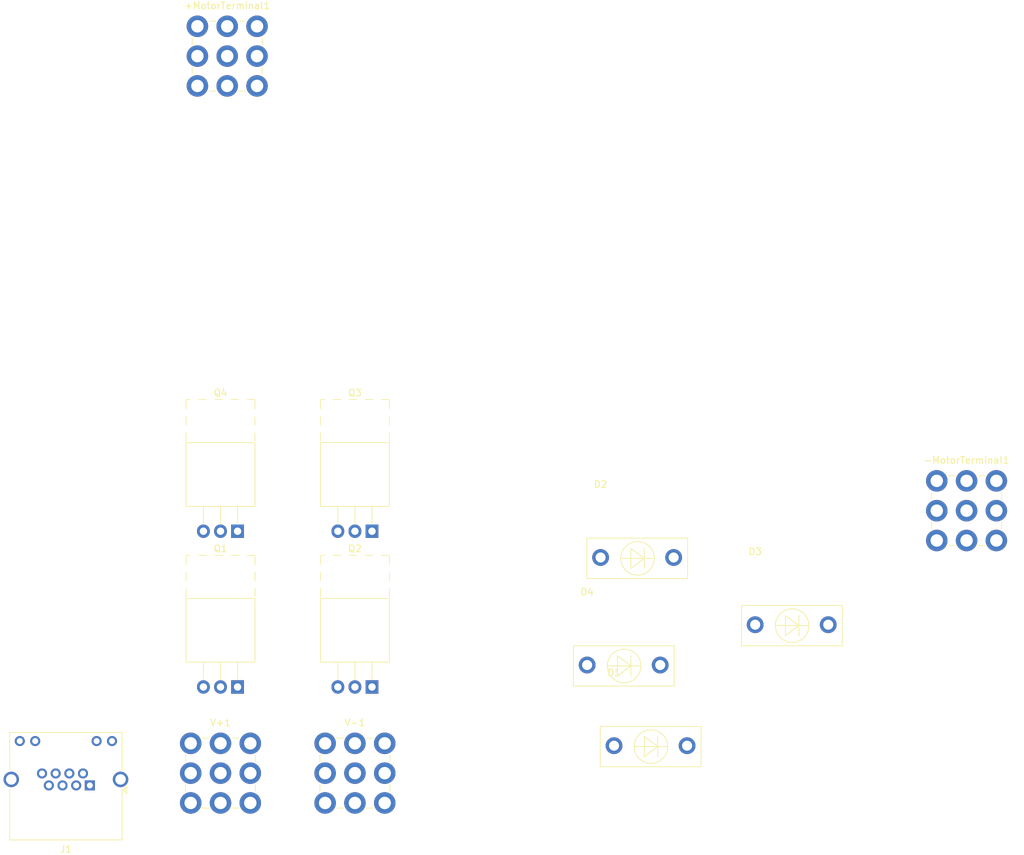
<source format=kicad_pcb>
(kicad_pcb (version 20211014) (generator pcbnew)
  (layers (0 "F.Cu" signal) (31 "B.Cu" signal) (34 "B.Paste" user) (35 "F.Paste" user) (36 "B.SilkS" user "B.Silkscreen") (37 "F.SilkS" user "F.Silkscreen") (38 "B.Mask" user) (39 "F.Mask" user) (44 "Edge.Cuts" user))
  (net 0 "")
  (net 1 "Net-(+MotorTerminal1-Pad1)")
  (net 2 "Net-(-MotorTerminal1-Pad1)")
  (net 3 "Net-(V-1-Pad1)")
  (net 4 "Net-(V+1-Pad1)")
  (net 6 "Net-(J1-Pad2)")
  (net 7 "Net-(J1-Pad3)")
  (footprint "TerminalBlock_Wuerth:Wuerth_REDCUBE-THR_WP-THRBU_74650195_THR" (layer "F.Cu") (at 237 107)
    (fp_text reference "-MotorTerminal1" (at 0 -7.5) (layer "F.SilkS"))
    (fp_text value "Screw_Terminal_01x01")
    (fp_line (start 5.2 -1.7) (end 5.2 -2.7) (layer "F.SilkS") (width 0.12))
    (fp_line (start 1.7 5.2) (end 2.7 5.2) (layer "F.SilkS") (width 0.12))
    (fp_line (start -2.7 -5.2) (end -1.7 -5.2) (layer "F.SilkS") (width 0.12))
    (fp_line (start 5.2 2.7) (end 5.2 1.7) (layer "F.SilkS") (width 0.12))
    (fp_line (start 1.7 -5.2) (end 2.7 -5.2) (layer "F.SilkS") (width 0.12))
    (fp_line (start -5.2 -2.7) (end -5.2 -1.7) (layer "F.SilkS") (width 0.12))
    (fp_line (start -5.2 1.7) (end -5.2 2.7) (layer "F.SilkS") (width 0.12))
    (fp_line (start -2.7 5.2) (end -1.7 5.2) (layer "F.SilkS") (width 0.12))
    (pad "1" thru_hole circle locked (at -4.435 4.435) (size 3.2 3.2) (drill 1.85) (layers *.Cu *.Mask) (net 2 "Net-(-MotorTerminal1-Pad1)"))
    (pad "1" thru_hole circle locked (at 0 4.435) (size 3.2 3.2) (drill 1.85) (layers *.Cu *.Mask) (net 2 "Net-(-MotorTerminal1-Pad1)"))
    (pad "1" thru_hole circle locked (at 4.435 -4.435) (size 3.2 3.2) (drill 1.85) (layers *.Cu *.Mask) (net 2 "Net-(-MotorTerminal1-Pad1)"))
    (pad "1" thru_hole circle locked (at -4.435 0) (size 3.2 3.2) (drill 1.85) (layers *.Cu *.Mask) (net 2 "Net-(-MotorTerminal1-Pad1)"))
    (pad "1" thru_hole circle locked (at -4.435 -4.435) (size 3.2 3.2) (drill 1.85) (layers *.Cu *.Mask) (net 2 "Net-(-MotorTerminal1-Pad1)"))
    (pad "1" thru_hole circle locked (at 4.435 4.435) (size 3.2 3.2) (drill 1.85) (layers *.Cu *.Mask) (net 2 "Net-(-MotorTerminal1-Pad1)"))
    (pad "1" thru_hole circle locked (at 4.435 0) (size 3.2 3.2) (drill 1.85) (layers *.Cu *.Mask) (net 2 "Net-(-MotorTerminal1-Pad1)"))
    (pad "1" thru_hole circle locked (at 0 0) (size 3.2 3.2) (drill 1.85) (layers *.Cu *.Mask) (net 2 "Net-(-MotorTerminal1-Pad1)"))
    (pad "1" thru_hole circle locked (at 0 -4.435) (size 3.2 3.2) (drill 1.85) (layers *.Cu *.Mask) (net 2 "Net-(-MotorTerminal1-Pad1)"))
  )
  (footprint "Connector_RJ:RJ45_Amphenol_RJHSE538X" (layer "F.Cu") (at 106.56 147.875 180)
    (fp_text reference "J1" (at 3.56 -9.5) (layer "F.SilkS"))
    (fp_text value "RJ45")
    (fp_line (start -5 -0.7) (end -5.5 -0.2) (layer "F.SilkS") (width 0.12))
    (fp_line (start -5.5 -0.2) (end -5.5 -1.2) (layer "F.SilkS") (width 0.12))
    (fp_line (start -5.5 -1.2) (end -5 -0.7) (layer "F.SilkS") (width 0.12))
    (fp_line (start -4.805 -8.11) (end 11.925 -8.11) (layer "F.SilkS") (width 0.12))
    (fp_line (start -4.805 7.86) (end 11.925 7.86) (layer "F.SilkS") (width 0.12))
    (fp_line (start -4.805 -8.11) (end -4.805 -0.5) (layer "F.SilkS") (width 0.12))
    (fp_line (start -4.805 7.86) (end -4.805 2.3) (layer "F.SilkS") (width 0.12))
    (fp_line (start 11.925 7.86) (end 11.925 2.3) (layer "F.SilkS") (width 0.12))
    (fp_line (start 11.925 -8.11) (end 11.925 -0.5) (layer "F.SilkS") (width 0.12))
    (pad "" np_thru_hole circle (at -2.79 -2.54 180) (size 3.25 3.25) (drill 3.25) (layers *.Cu *.Mask))
    (pad "" np_thru_hole circle (at 9.91 -2.54 180) (size 3.25 3.25) (drill 3.25) (layers *.Cu *.Mask))
    (pad "1" thru_hole rect (at 0 0 180) (size 1.5 1.5) (drill 0.89) (layers *.Cu *.Mask))
    (pad "2" thru_hole circle (at 1.016 1.78 180) (size 1.5 1.5) (drill 0.89) (layers *.Cu *.Mask) (net 6 "Net-(J1-Pad2)"))
    (pad "3" thru_hole circle (at 2.032 0 180) (size 1.5 1.5) (drill 0.89) (layers *.Cu *.Mask) (net 7 "Net-(J1-Pad3)"))
    (pad "4" thru_hole circle (at 3.048 1.78 180) (size 1.5 1.5) (drill 0.89) (layers *.Cu *.Mask))
    (pad "5" thru_hole circle (at 4.064 0 180) (size 1.5 1.5) (drill 0.89) (layers *.Cu *.Mask))
    (pad "6" thru_hole circle (at 5.08 1.78 180) (size 1.5 1.5) (drill 0.89) (layers *.Cu *.Mask))
    (pad "7" thru_hole circle (at 6.096 0 180) (size 1.5 1.5) (drill 0.89) (layers *.Cu *.Mask))
    (pad "8" thru_hole circle (at 7.112 1.78 180) (size 1.5 1.5) (drill 0.89) (layers *.Cu *.Mask))
    (pad "9" thru_hole circle (at -3.3 6.6 180) (size 1.5 1.5) (drill 0.89) (layers *.Cu *.Mask))
    (pad "10" thru_hole circle (at -1.01 6.6 180) (size 1.5 1.5) (drill 0.89) (layers *.Cu *.Mask))
    (pad "11" thru_hole circle (at 8.13 6.6 180) (size 1.5 1.5) (drill 0.89) (layers *.Cu *.Mask))
    (pad "12" thru_hole circle (at 10.42 6.6 180) (size 1.5 1.5) (drill 0.89) (layers *.Cu *.Mask))
    (pad "SH" thru_hole circle (at 11.69 0.89 180) (size 2.3 2.3) (drill 1.57) (layers *.Cu *.Mask))
    (pad "SH" thru_hole circle (at -4.57 0.89 180) (size 2.3 2.3) (drill 1.57) (layers *.Cu *.Mask))
  )
  (footprint "Package_TO_SOT_THT:TO-220-3_Horizontal_TabUp" (layer "F.Cu") (at 128.54 110.055 180)
    (fp_text reference "Q4" (at 2.54 20.58 180) (layer "F.SilkS"))
    (fp_text value "IRLB8721PBF")
    (fp_line (start 7.66 3.69) (end 7.66 13.18) (layer "F.SilkS") (width 0.12))
    (fp_line (start 2.54 1.15) (end 2.54 3.69) (layer "F.SilkS") (width 0.12))
    (fp_line (start -2.58 3.69) (end 7.66 3.69) (layer "F.SilkS") (width 0.12))
    (fp_line (start -2.58 13.42) (end -2.58 14.62) (layer "F.SilkS") (width 0.12))
    (fp_line (start -0.181 19.58) (end 1.02 19.58) (layer "F.SilkS") (width 0.12))
    (fp_line (start 5.08 1.15) (end 5.08 3.69) (layer "F.SilkS") (width 0.12))
    (fp_line (start -2.58 3.69) (end -2.58 13.18) (layer "F.SilkS") (width 0.12))
    (fp_line (start 2.22 19.58) (end 3.42 19.58) (layer "F.SilkS") (width 0.12))
    (fp_line (start 7.66 13.42) (end 7.66 14.62) (layer "F.SilkS") (width 0.12))
    (fp_line (start 0 1.15) (end 0 3.69) (layer "F.SilkS") (width 0.12))
    (fp_line (start -2.58 13.18) (end 7.66 13.18) (layer "F.SilkS") (width 0.12))
    (fp_line (start -2.58 18.22) (end -2.58 19.42) (layer "F.SilkS") (width 0.12))
    (fp_line (start 7.02 19.58) (end 7.66 19.58) (layer "F.SilkS") (width 0.12))
    (fp_line (start 7.66 18.22) (end 7.66 19.42) (layer "F.SilkS") (width 0.12))
    (fp_line (start -2.58 19.58) (end -1.38 19.58) (layer "F.SilkS") (width 0.12))
    (fp_line (start 7.66 15.82) (end 7.66 17.02) (layer "F.SilkS") (width 0.12))
    (fp_line (start -2.58 15.82) (end -2.58 17.02) (layer "F.SilkS") (width 0.12))
    (fp_line (start 4.62 19.58) (end 5.82 19.58) (layer "F.SilkS") (width 0.12))
    (pad "" np_thru_hole oval (at 2.54 16.66 180) (size 3.5 3.5) (drill 3.5) (layers *.Cu *.Mask))
    (pad "1" thru_hole rect (at 0 0 180) (size 1.905 2) (drill 1.1) (layers *.Cu *.Mask) (net 7 "Net-(J1-Pad3)"))
    (pad "2" thru_hole oval (at 2.54 0 180) (size 1.905 2) (drill 1.1) (layers *.Cu *.Mask) (net 4 "Net-(V+1-Pad1)"))
    (pad "3" thru_hole oval (at 5.08 0 180) (size 1.905 2) (drill 1.1) (layers *.Cu *.Mask) (net 2 "Net-(-MotorTerminal1-Pad1)"))
  )
  (footprint "TerminalBlock_Wuerth:Wuerth_REDCUBE-THR_WP-THRBU_74650195_THR" (layer "F.Cu") (at 127 39.37)
    (fp_text reference "+MotorTerminal1" (at 0 -7.5) (layer "F.SilkS"))
    (fp_text value "Screw_Terminal_01x01")
    (fp_line (start -5.2 1.7) (end -5.2 2.7) (layer "F.SilkS") (width 0.12))
    (fp_line (start 1.7 -5.2) (end 2.7 -5.2) (layer "F.SilkS") (width 0.12))
    (fp_line (start 5.2 2.7) (end 5.2 1.7) (layer "F.SilkS") (width 0.12))
    (fp_line (start -2.7 5.2) (end -1.7 5.2) (layer "F.SilkS") (width 0.12))
    (fp_line (start -5.2 -2.7) (end -5.2 -1.7) (layer "F.SilkS") (width 0.12))
    (fp_line (start 5.2 -1.7) (end 5.2 -2.7) (layer "F.SilkS") (width 0.12))
    (fp_line (start -2.7 -5.2) (end -1.7 -5.2) (layer "F.SilkS") (width 0.12))
    (fp_line (start 1.7 5.2) (end 2.7 5.2) (layer "F.SilkS") (width 0.12))
    (pad "1" thru_hole circle locked (at -4.435 4.435) (size 3.2 3.2) (drill 1.85) (layers *.Cu *.Mask) (net 1 "Net-(+MotorTerminal1-Pad1)"))
    (pad "1" thru_hole circle locked (at 4.435 0) (size 3.2 3.2) (drill 1.85) (layers *.Cu *.Mask) (net 1 "Net-(+MotorTerminal1-Pad1)"))
    (pad "1" thru_hole circle locked (at 0 0) (size 3.2 3.2) (drill 1.85) (layers *.Cu *.Mask) (net 1 "Net-(+MotorTerminal1-Pad1)"))
    (pad "1" thru_hole circle locked (at 0 4.435) (size 3.2 3.2) (drill 1.85) (layers *.Cu *.Mask) (net 1 "Net-(+MotorTerminal1-Pad1)"))
    (pad "1" thru_hole circle locked (at 4.435 -4.435) (size 3.2 3.2) (drill 1.85) (layers *.Cu *.Mask) (net 1 "Net-(+MotorTerminal1-Pad1)"))
    (pad "1" thru_hole circle locked (at 4.435 4.435) (size 3.2 3.2) (drill 1.85) (layers *.Cu *.Mask) (net 1 "Net-(+MotorTerminal1-Pad1)"))
    (pad "1" thru_hole circle locked (at 0 -4.435) (size 3.2 3.2) (drill 1.85) (layers *.Cu *.Mask) (net 1 "Net-(+MotorTerminal1-Pad1)"))
    (pad "1" thru_hole circle locked (at -4.435 0) (size 3.2 3.2) (drill 1.85) (layers *.Cu *.Mask) (net 1 "Net-(+MotorTerminal1-Pad1)"))
    (pad "1" thru_hole circle locked (at -4.435 -4.435) (size 3.2 3.2) (drill 1.85) (layers *.Cu *.Mask) (net 1 "Net-(+MotorTerminal1-Pad1)"))
  )
  (footprint "TerminalBlock_Wuerth:Wuerth_REDCUBE-THR_WP-THRBU_74650195_THR" (layer "F.Cu") (at 146 146.05)
    (fp_text reference "V-1" (at 0 -7.5) (layer "F.SilkS"))
    (fp_text value "Screw_Terminal_01x01")
    (fp_line (start -5.2 1.7) (end -5.2 2.7) (layer "F.SilkS") (width 0.12))
    (fp_line (start -2.7 -5.2) (end -1.7 -5.2) (layer "F.SilkS") (width 0.12))
    (fp_line (start 5.2 2.7) (end 5.2 1.7) (layer "F.SilkS") (width 0.12))
    (fp_line (start 1.7 -5.2) (end 2.7 -5.2) (layer "F.SilkS") (width 0.12))
    (fp_line (start -5.2 -2.7) (end -5.2 -1.7) (layer "F.SilkS") (width 0.12))
    (fp_line (start -2.7 5.2) (end -1.7 5.2) (layer "F.SilkS") (width 0.12))
    (fp_line (start 5.2 -1.7) (end 5.2 -2.7) (layer "F.SilkS") (width 0.12))
    (fp_line (start 1.7 5.2) (end 2.7 5.2) (layer "F.SilkS") (width 0.12))
    (pad "1" thru_hole circle locked (at -4.435 4.435) (size 3.2 3.2) (drill 1.85) (layers *.Cu *.Mask) (net 3 "Net-(V-1-Pad1)"))
    (pad "1" thru_hole circle locked (at -4.435 0) (size 3.2 3.2) (drill 1.85) (layers *.Cu *.Mask) (net 3 "Net-(V-1-Pad1)"))
    (pad "1" thru_hole circle locked (at 4.435 4.435) (size 3.2 3.2) (drill 1.85) (layers *.Cu *.Mask) (net 3 "Net-(V-1-Pad1)"))
    (pad "1" thru_hole circle locked (at 4.435 0) (size 3.2 3.2) (drill 1.85) (layers *.Cu *.Mask) (net 3 "Net-(V-1-Pad1)"))
    (pad "1" thru_hole circle locked (at 0 0) (size 3.2 3.2) (drill 1.85) (layers *.Cu *.Mask) (net 3 "Net-(V-1-Pad1)"))
    (pad "1" thru_hole circle locked (at 0 -4.435) (size 3.2 3.2) (drill 1.85) (layers *.Cu *.Mask) (net 3 "Net-(V-1-Pad1)"))
    (pad "1" thru_hole circle locked (at -4.435 -4.435) (size 3.2 3.2) (drill 1.85) (layers *.Cu *.Mask) (net 3 "Net-(V-1-Pad1)"))
    (pad "1" thru_hole circle locked (at 0 4.435) (size 3.2 3.2) (drill 1.85) (layers *.Cu *.Mask) (net 3 "Net-(V-1-Pad1)"))
    (pad "1" thru_hole circle locked (at 4.435 -4.435) (size 3.2 3.2) (drill 1.85) (layers *.Cu *.Mask) (net 3 "Net-(V-1-Pad1)"))
  )
  (footprint "Package_TO_SOT_THT:TO-220-3_Horizontal_TabUp" (layer "F.Cu") (at 148.54 133.23 180)
    (fp_text reference "Q2" (at 2.54 20.58 180) (layer "F.SilkS"))
    (fp_text value "IRLB8721PBF")
    (fp_line (start -2.58 18.22) (end -2.58 19.42) (layer "F.SilkS") (width 0.12))
    (fp_line (start 2.22 19.58) (end 3.42 19.58) (layer "F.SilkS") (width 0.12))
    (fp_line (start 7.66 13.42) (end 7.66 14.62) (layer "F.SilkS") (width 0.12))
    (fp_line (start 0 1.15) (end 0 3.69) (layer "F.SilkS") (width 0.12))
    (fp_line (start -2.58 13.18) (end 7.66 13.18) (layer "F.SilkS") (width 0.12))
    (fp_line (start -2.58 13.42) (end -2.58 14.62) (layer "F.SilkS") (width 0.12))
    (fp_line (start -2.58 3.69) (end -2.58 13.18) (layer "F.SilkS") (width 0.12))
    (fp_line (start -2.58 15.82) (end -2.58 17.02) (layer "F.SilkS") (width 0.12))
    (fp_line (start -2.58 3.69) (end 7.66 3.69) (layer "F.SilkS") (width 0.12))
    (fp_line (start 7.66 15.82) (end 7.66 17.02) (layer "F.SilkS") (width 0.12))
    (fp_line (start 7.02 19.58) (end 7.66 19.58) (layer "F.SilkS") (width 0.12))
    (fp_line (start 7.66 18.22) (end 7.66 19.42) (layer "F.SilkS") (width 0.12))
    (fp_line (start 4.62 19.58) (end 5.82 19.58) (layer "F.SilkS") (width 0.12))
    (fp_line (start -0.181 19.58) (end 1.02 19.58) (layer "F.SilkS") (width 0.12))
    (fp_line (start -2.58 19.58) (end -1.38 19.58) (layer "F.SilkS") (width 0.12))
    (fp_line (start 5.08 1.15) (end 5.08 3.69) (layer "F.SilkS") (width 0.12))
    (fp_line (start 7.66 3.69) (end 7.66 13.18) (layer "F.SilkS") (width 0.12))
    (fp_line (start 2.54 1.15) (end 2.54 3.69) (layer "F.SilkS") (width 0.12))
    (pad "" np_thru_hole oval (at 2.54 16.66 180) (size 3.5 3.5) (drill 3.5) (layers *.Cu *.Mask))
    (pad "1" thru_hole rect (at 0 0 180) (size 1.905 2) (drill 1.1) (layers *.Cu *.Mask) (net 6 "Net-(J1-Pad2)"))
    (pad "2" thru_hole oval (at 2.54 0 180) (size 1.905 2) (drill 1.1) (layers *.Cu *.Mask) (net 2 "Net-(-MotorTerminal1-Pad1)"))
    (pad "3" thru_hole oval (at 5.08 0 180) (size 1.905 2) (drill 1.1) (layers *.Cu *.Mask) (net 3 "Net-(V-1-Pad1)"))
  )
  (footprint "Package_TO_SOT_THT:TO-220-3_Horizontal_TabUp" (layer "F.Cu") (at 128.54 133.23 180)
    (fp_text reference "Q1" (at 2.54 20.58 180) (layer "F.SilkS"))
    (fp_text value "IRLB8721PBF")
    (fp_line (start 4.62 19.58) (end 5.82 19.58) (layer "F.SilkS") (width 0.12))
    (fp_line (start -2.58 18.22) (end -2.58 19.42) (layer "F.SilkS") (width 0.12))
    (fp_line (start 7.02 19.58) (end 7.66 19.58) (layer "F.SilkS") (width 0.12))
    (fp_line (start -2.58 19.58) (end -1.38 19.58) (layer "F.SilkS") (width 0.12))
    (fp_line (start 0 1.15) (end 0 3.69) (layer "F.SilkS") (width 0.12))
    (fp_line (start 7.66 3.69) (end 7.66 13.18) (layer "F.SilkS") (width 0.12))
    (fp_line (start 5.08 1.15) (end 5.08 3.69) (layer "F.SilkS") (width 0.12))
    (fp_line (start 7.66 15.82) (end 7.66 17.02) (layer "F.SilkS") (width 0.12))
    (fp_line (start -2.58 15.82) (end -2.58 17.02) (layer "F.SilkS") (width 0.12))
    (fp_line (start 7.66 18.22) (end 7.66 19.42) (layer "F.SilkS") (width 0.12))
    (fp_line (start -2.58 3.69) (end 7.66 3.69) (layer "F.SilkS") (width 0.12))
    (fp_line (start -2.58 13.42) (end -2.58 14.62) (layer "F.SilkS") (width 0.12))
    (fp_line (start 2.54 1.15) (end 2.54 3.69) (layer "F.SilkS") (width 0.12))
    (fp_line (start -0.181 19.58) (end 1.02 19.58) (layer "F.SilkS") (width 0.12))
    (fp_line (start 7.66 13.42) (end 7.66 14.62) (layer "F.SilkS") (width 0.12))
    (fp_line (start -2.58 13.18) (end 7.66 13.18) (layer "F.SilkS") (width 0.12))
    (fp_line (start -2.58 3.69) (end -2.58 13.18) (layer "F.SilkS") (width 0.12))
    (fp_line (start 2.22 19.58) (end 3.42 19.58) (layer "F.SilkS") (width 0.12))
    (pad "" np_thru_hole oval (at 2.54 16.66 180) (size 3.5 3.5) (drill 3.5) (layers *.Cu *.Mask))
    (pad "1" thru_hole rect (at 0 0 180) (size 1.905 2) (drill 1.1) (layers *.Cu *.Mask) (net 7 "Net-(J1-Pad3)"))
    (pad "2" thru_hole oval (at 2.54 0 180) (size 1.905 2) (drill 1.1) (layers *.Cu *.Mask) (net 1 "Net-(+MotorTerminal1-Pad1)"))
    (pad "3" thru_hole oval (at 5.08 0 180) (size 1.905 2) (drill 1.1) (layers *.Cu *.Mask) (net 3 "Net-(V-1-Pad1)"))
  )
  (footprint "Schotty-Diode-THT:APT100S20BG" (layer "F.Cu") (at 205.55 113.095)
    (fp_text reference "D3" (at 0 0 unlocked) (layer "F.SilkS"))
    (fp_text value "APT100S20BG")
    (fp_line (start -2.05 14) (end -2.05 8) (layer "F.SilkS") (width 0.12))
    (fp_line (start 4.5 9.5) (end 4.5 12.5) (layer "F.SilkS") (width 0.12))
    (fp_line (start 6.5 9.5) (end 6.5 12.5) (layer "F.SilkS") (width 0.12))
    (fp_line (start 3 11) (end 8 11) (layer "F.SilkS") (width 0.12))
    (fp_line (start 12.95 14) (end -2.05 14) (layer "F.SilkS") (width 0.12))
    (fp_line (start 4.5 12.5) (end 6.5 11) (layer "F.SilkS") (width 0.12))
    (fp_line (start 12.95 8) (end 12.95 14) (layer "F.SilkS") (width 0.12))
    (fp_line (start 6.5 11) (end 4.5 9.5) (layer "F.SilkS") (width 0.12))
    (fp_line (start -2.05 8) (end 12.95 8) (layer "F.SilkS") (width 0.12))
    (fp_circle (center 5.5 11) (end 8 11) (layer "F.SilkS") (width 0.12) (fill none))
    (pad "1" thru_hole circle (at 0 10.87) (size 2.5 2.5) (drill 1.5) (layers *.Cu *.Mask) (net 1 "Net-(+MotorTerminal1-Pad1)") (clearance 1))
    (pad "2" thru_hole circle (at 10.87 10.87) (size 2.5 2.5) (drill 1.5) (layers *.Cu *.Mask) (net 4 "Net-(V+1-Pad1)") (clearance 1))
  )
  (footprint "Schotty-Diode-THT:APT100S20BG" (layer "F.Cu") (at 184.55 131.095)
    (fp_text reference "D1" (at 0 0 unlocked) (layer "F.SilkS"))
    (fp_text value "APT100S20BG")
    (fp_line (start 6.5 11) (end 4.5 9.5) (layer "F.SilkS") (width 0.12))
    (fp_line (start 4.5 12.5) (end 6.5 11) (layer "F.SilkS") (width 0.12))
    (fp_line (start -2.05 14) (end -2.05 8) (layer "F.SilkS") (width 0.12))
    (fp_line (start 3 11) (end 8 11) (layer "F.SilkS") (width 0.12))
    (fp_line (start -2.05 8) (end 12.95 8) (layer "F.SilkS") (width 0.12))
    (fp_line (start 4.5 9.5) (end 4.5 12.5) (layer "F.SilkS") (width 0.12))
    (fp_line (start 12.95 8) (end 12.95 14) (layer "F.SilkS") (width 0.12))
    (fp_line (start 6.5 9.5) (end 6.5 12.5) (layer "F.SilkS") (width 0.12))
    (fp_line (start 12.95 14) (end -2.05 14) (layer "F.SilkS") (width 0.12))
    (fp_circle (center 5.5 11) (end 8 11) (layer "F.SilkS") (width 0.12) (fill none))
    (pad "1" thru_hole circle (at 0 10.87) (size 2.5 2.5) (drill 1.5) (layers *.Cu *.Mask) (net 3 "Net-(V-1-Pad1)") (clearance 1))
    (pad "2" thru_hole circle (at 10.87 10.87) (size 2.5 2.5) (drill 1.5) (layers *.Cu *.Mask) (net 1 "Net-(+MotorTerminal1-Pad1)") (clearance 1))
  )
  (footprint "TerminalBlock_Wuerth:Wuerth_REDCUBE-THR_WP-THRBU_74650195_THR" (layer "F.Cu") (at 126 146.05)
    (fp_text reference "V+1" (at 0 -7.5) (layer "F.SilkS"))
    (fp_text value "Screw_Terminal_01x01")
    (fp_line (start 5.2 2.7) (end 5.2 1.7) (layer "F.SilkS") (width 0.12))
    (fp_line (start -5.2 -2.7) (end -5.2 -1.7) (layer "F.SilkS") (width 0.12))
    (fp_line (start -2.7 -5.2) (end -1.7 -5.2) (layer "F.SilkS") (width 0.12))
    (fp_line (start 5.2 -1.7) (end 5.2 -2.7) (layer "F.SilkS") (width 0.12))
    (fp_line (start 1.7 5.2) (end 2.7 5.2) (layer "F.SilkS") (width 0.12))
    (fp_line (start -5.2 1.7) (end -5.2 2.7) (layer "F.SilkS") (width 0.12))
    (fp_line (start 1.7 -5.2) (end 2.7 -5.2) (layer "F.SilkS") (width 0.12))
    (fp_line (start -2.7 5.2) (end -1.7 5.2) (layer "F.SilkS") (width 0.12))
    (pad "1" thru_hole circle locked (at 4.435 0) (size 3.2 3.2) (drill 1.85) (layers *.Cu *.Mask) (net 4 "Net-(V+1-Pad1)"))
    (pad "1" thru_hole circle locked (at 0 0) (size 3.2 3.2) (drill 1.85) (layers *.Cu *.Mask) (net 4 "Net-(V+1-Pad1)"))
    (pad "1" thru_hole circle locked (at 4.435 4.435) (size 3.2 3.2) (drill 1.85) (layers *.Cu *.Mask) (net 4 "Net-(V+1-Pad1)"))
    (pad "1" thru_hole circle locked (at 0 4.435) (size 3.2 3.2) (drill 1.85) (layers *.Cu *.Mask) (net 4 "Net-(V+1-Pad1)"))
    (pad "1" thru_hole circle locked (at 4.435 -4.435) (size 3.2 3.2) (drill 1.85) (layers *.Cu *.Mask) (net 4 "Net-(V+1-Pad1)"))
    (pad "1" thru_hole circle locked (at -4.435 4.435) (size 3.2 3.2) (drill 1.85) (layers *.Cu *.Mask) (net 4 "Net-(V+1-Pad1)"))
    (pad "1" thru_hole circle locked (at -4.435 -4.435) (size 3.2 3.2) (drill 1.85) (layers *.Cu *.Mask) (net 4 "Net-(V+1-Pad1)"))
    (pad "1" thru_hole circle locked (at 0 -4.435) (size 3.2 3.2) (drill 1.85) (layers *.Cu *.Mask) (net 4 "Net-(V+1-Pad1)"))
    (pad "1" thru_hole circle locked (at -4.435 0) (size 3.2 3.2) (drill 1.85) (layers *.Cu *.Mask) (net 4 "Net-(V+1-Pad1)"))
  )
  (footprint "Package_TO_SOT_THT:TO-220-3_Horizontal_TabUp" (layer "F.Cu") (at 148.54 110.055 180)
    (fp_text reference "Q3" (at 2.54 20.58 180) (layer "F.SilkS"))
    (fp_text value "IRLB8721PBF")
    (fp_line (start -2.58 18.22) (end -2.58 19.42) (layer "F.SilkS") (width 0.12))
    (fp_line (start 2.22 19.58) (end 3.42 19.58) (layer "F.SilkS") (width 0.12))
    (fp_line (start 7.66 15.82) (end 7.66 17.02) (layer "F.SilkS") (width 0.12))
    (fp_line (start -2.58 13.42) (end -2.58 14.62) (layer "F.SilkS") (width 0.12))
    (fp_line (start -2.58 15.82) (end -2.58 17.02) (layer "F.SilkS") (width 0.12))
    (fp_line (start 5.08 1.15) (end 5.08 3.69) (layer "F.SilkS") (width 0.12))
    (fp_line (start -2.58 3.69) (end -2.58 13.18) (layer "F.SilkS") (width 0.12))
    (fp_line (start -2.58 19.58) (end -1.38 19.58) (layer "F.SilkS") (width 0.12))
    (fp_line (start 4.62 19.58) (end 5.82 19.58) (layer "F.SilkS") (width 0.12))
    (fp_line (start 0 1.15) (end 0 3.69) (layer "F.SilkS") (width 0.12))
    (fp_line (start 2.54 1.15) (end 2.54 3.69) (layer "F.SilkS") (width 0.12))
    (fp_line (start -0.181 19.58) (end 1.02 19.58) (layer "F.SilkS") (width 0.12))
    (fp_line (start 7.02 19.58) (end 7.66 19.58) (layer "F.SilkS") (width 0.12))
    (fp_line (start 7.66 13.42) (end 7.66 14.62) (layer "F.SilkS") (width 0.12))
    (fp_line (start 7.66 3.69) (end 7.66 13.18) (layer "F.SilkS") (width 0.12))
    (fp_line (start 7.66 18.22) (end 7.66 19.42) (layer "F.SilkS") (width 0.12))
    (fp_line (start -2.58 13.18) (end 7.66 13.18) (layer "F.SilkS") (width 0.12))
    (fp_line (start -2.58 3.69) (end 7.66 3.69) (layer "F.SilkS") (width 0.12))
    (pad "" np_thru_hole oval (at 2.54 16.66 180) (size 3.5 3.5) (drill 3.5) (layers *.Cu *.Mask))
    (pad "1" thru_hole rect (at 0 0 180) (size 1.905 2) (drill 1.1) (layers *.Cu *.Mask) (net 6 "Net-(J1-Pad2)"))
    (pad "2" thru_hole oval (at 2.54 0 180) (size 1.905 2) (drill 1.1) (layers *.Cu *.Mask) (net 4 "Net-(V+1-Pad1)"))
    (pad "3" thru_hole oval (at 5.08 0 180) (size 1.905 2) (drill 1.1) (layers *.Cu *.Mask) (net 1 "Net-(+MotorTerminal1-Pad1)"))
  )
  (footprint "Schotty-Diode-THT:APT100S20BG" (layer "F.Cu") (at 182.55 103.095)
    (fp_text reference "D2" (at 0 0 unlocked) (layer "F.SilkS"))
    (fp_text value "APT100S20BG")
    (fp_line (start 12.95 8) (end 12.95 14) (layer "F.SilkS") (width 0.12))
    (fp_line (start -2.05 14) (end -2.05 8) (layer "F.SilkS") (width 0.12))
    (fp_line (start 6.5 11) (end 4.5 9.5) (layer "F.SilkS") (width 0.12))
    (fp_line (start 4.5 9.5) (end 4.5 12.5) (layer "F.SilkS") (width 0.12))
    (fp_line (start 12.95 14) (end -2.05 14) (layer "F.SilkS") (width 0.12))
    (fp_line (start 6.5 9.5) (end 6.5 12.5) (layer "F.SilkS") (width 0.12))
    (fp_line (start 4.5 12.5) (end 6.5 11) (layer "F.SilkS") (width 0.12))
    (fp_line (start 3 11) (end 8 11) (layer "F.SilkS") (width 0.12))
    (fp_line (start -2.05 8) (end 12.95 8) (layer "F.SilkS") (width 0.12))
    (fp_circle (center 5.5 11) (end 8 11) (layer "F.SilkS") (width 0.12) (fill none))
    (pad "1" thru_hole circle (at 0 10.87) (size 2.5 2.5) (drill 1.5) (layers *.Cu *.Mask) (net 3 "Net-(V-1-Pad1)") (clearance 1))
    (pad "2" thru_hole circle (at 10.87 10.87) (size 2.5 2.5) (drill 1.5) (layers *.Cu *.Mask) (net 2 "Net-(-MotorTerminal1-Pad1)") (clearance 1))
  )
  (footprint "Schotty-Diode-THT:APT100S20BG" (layer "F.Cu") (at 180.55 119.095)
    (fp_text reference "D4" (at 0 0 unlocked) (layer "F.SilkS"))
    (fp_text value "APT100S20BG")
    (fp_line (start -2.05 8) (end 12.95 8) (layer "F.SilkS") (width 0.12))
    (fp_line (start 6.5 9.5) (end 6.5 12.5) (layer "F.SilkS") (width 0.12))
    (fp_line (start 12.95 14) (end -2.05 14) (layer "F.SilkS") (width 0.12))
    (fp_line (start 4.5 12.5) (end 6.5 11) (layer "F.SilkS") (width 0.12))
    (fp_line (start 12.95 8) (end 12.95 14) (layer "F.SilkS") (width 0.12))
    (fp_line (start 4.5 9.5) (end 4.5 12.5) (layer "F.SilkS") (width 0.12))
    (fp_line (start -2.05 14) (end -2.05 8) (layer "F.SilkS") (width 0.12))
    (fp_line (start 3 11) (end 8 11) (layer "F.SilkS") (width 0.12))
    (fp_line (start 6.5 11) (end 4.5 9.5) (layer "F.SilkS") (width 0.12))
    (fp_circle (center 5.5 11) (end 8 11) (layer "F.SilkS") (width 0.12) (fill none))
    (pad "1" thru_hole circle (at 0 10.87) (size 2.5 2.5) (drill 1.5) (layers *.Cu *.Mask) (net 2 "Net-(-MotorTerminal1-Pad1)") (clearance 1))
    (pad "2" thru_hole circle (at 10.87 10.87) (size 2.5 2.5) (drill 1.5) (layers *.Cu *.Mask) (net 4 "Net-(V+1-Pad1)") (clearance 1))
  )
)
</source>
